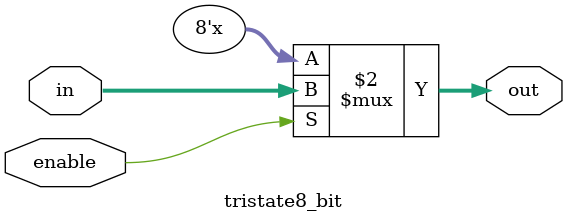
<source format=v>
module tristate8_bit(in, enable, out);

	input [7:0] in;
	input enable;
	output reg [7:0] out;
	
	always @(*)
	begin
	out = (enable) ? in : 8'bzzzz_zzzz;
	end

endmodule

</source>
